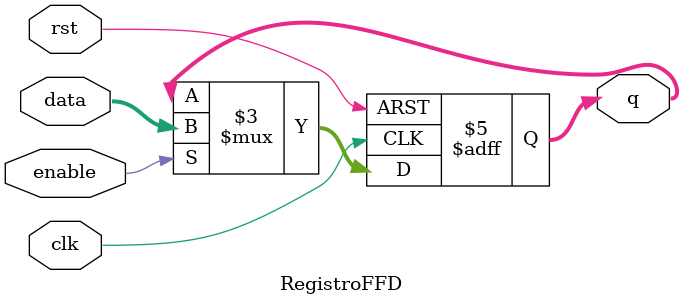
<source format=sv>
module RegistroFFD #(parameter Bits = 64)(data, clk, rst, enable, q);
  input [Bits-1:0] data;
  input clk, rst, enable;
  output reg [Bits-1:0] q;
  always @(posedge clk or posedge rst) begin
    if (rst) begin
      q <=  0; 
    end 
    else if (enable) begin
      q <= data;
    end
    else begin
      q <= q;
    end
  end   
endmodule

</source>
